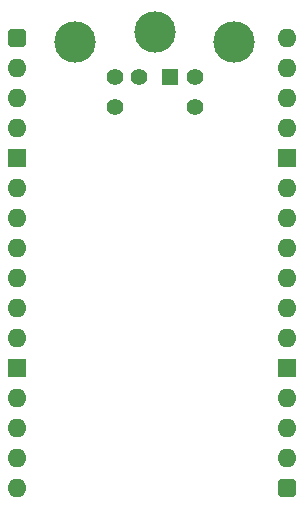
<source format=gbr>
%TF.GenerationSoftware,KiCad,Pcbnew,7.0.5*%
%TF.CreationDate,2023-12-17T19:31:25+02:00*%
%TF.ProjectId,PS2 Timing,50533220-5469-46d6-996e-672e6b696361,rev?*%
%TF.SameCoordinates,Original*%
%TF.FileFunction,Soldermask,Bot*%
%TF.FilePolarity,Negative*%
%FSLAX46Y46*%
G04 Gerber Fmt 4.6, Leading zero omitted, Abs format (unit mm)*
G04 Created by KiCad (PCBNEW 7.0.5) date 2023-12-17 19:31:25*
%MOMM*%
%LPD*%
G01*
G04 APERTURE LIST*
G04 Aperture macros list*
%AMRoundRect*
0 Rectangle with rounded corners*
0 $1 Rounding radius*
0 $2 $3 $4 $5 $6 $7 $8 $9 X,Y pos of 4 corners*
0 Add a 4 corners polygon primitive as box body*
4,1,4,$2,$3,$4,$5,$6,$7,$8,$9,$2,$3,0*
0 Add four circle primitives for the rounded corners*
1,1,$1+$1,$2,$3*
1,1,$1+$1,$4,$5*
1,1,$1+$1,$6,$7*
1,1,$1+$1,$8,$9*
0 Add four rect primitives between the rounded corners*
20,1,$1+$1,$2,$3,$4,$5,0*
20,1,$1+$1,$4,$5,$6,$7,0*
20,1,$1+$1,$6,$7,$8,$9,0*
20,1,$1+$1,$8,$9,$2,$3,0*%
G04 Aperture macros list end*
%ADD10RoundRect,0.400000X-0.400000X-0.400000X0.400000X-0.400000X0.400000X0.400000X-0.400000X0.400000X0*%
%ADD11O,1.600000X1.600000*%
%ADD12R,1.600000X1.600000*%
%ADD13C,3.510000*%
%ADD14R,1.400000X1.400000*%
%ADD15C,1.400000*%
G04 APERTURE END LIST*
D10*
%TO.C,J2*%
X114300000Y-53340000D03*
D11*
X114300000Y-55880000D03*
X114300000Y-58420000D03*
X114300000Y-60960000D03*
D12*
X114300000Y-63500000D03*
D11*
X114300000Y-66040000D03*
X114300000Y-68580000D03*
X114300000Y-71120000D03*
X114300000Y-73660000D03*
X114300000Y-76200000D03*
X114300000Y-78740000D03*
D12*
X114300000Y-81280000D03*
D11*
X114300000Y-83820000D03*
X114300000Y-86360000D03*
X114300000Y-88900000D03*
X114300000Y-91440000D03*
D10*
X137160000Y-91440000D03*
D11*
X137160000Y-88900000D03*
X137160000Y-86360000D03*
X137160000Y-83820000D03*
D12*
X137160000Y-81280000D03*
D11*
X137160000Y-78740000D03*
X137160000Y-76200000D03*
X137160000Y-73660000D03*
X137160000Y-71120000D03*
X137160000Y-68580000D03*
X137160000Y-66040000D03*
D12*
X137160000Y-63500000D03*
D11*
X137160000Y-60960000D03*
X137160000Y-58420000D03*
X137160000Y-55880000D03*
X137160000Y-53340000D03*
%TD*%
D13*
%TO.C,J4*%
X119234000Y-53632000D03*
X125984000Y-52832000D03*
X132734000Y-53632000D03*
D14*
X127284000Y-56632000D03*
D15*
X124684000Y-56632000D03*
X129384000Y-56632000D03*
X122584000Y-56632000D03*
X129384000Y-59132000D03*
X122584000Y-59132000D03*
%TD*%
M02*

</source>
